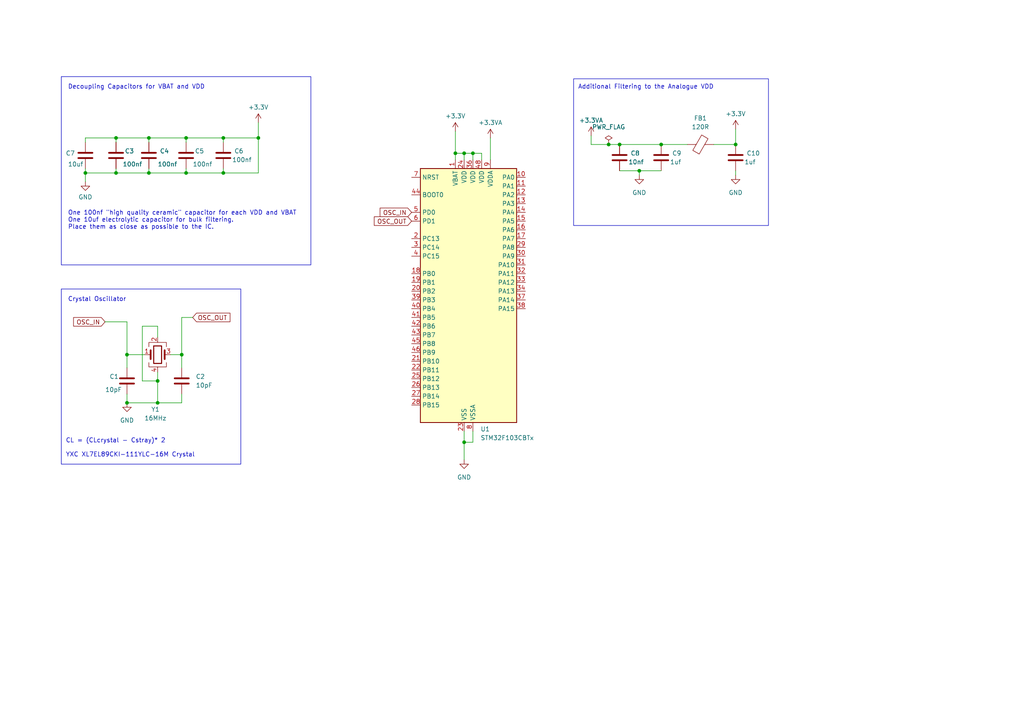
<source format=kicad_sch>
(kicad_sch (version 20230121) (generator eeschema)
  (paper "A4")
  (lib_symbols
    (symbol "Device:C" (pin_numbers hide) (pin_names (offset 0.254))
      (property "Reference" "C" (at 0.635 2.54 0))
      (property "Value" "C" (at 0.635 -2.54 0))
      (symbol "C_0_1"
        (polyline (pts (xy -2.032 -0.762) (xy 2.032 -0.762)) (stroke (width 0.508)))
        (polyline (pts (xy -2.032 0.762) (xy 2.032 0.762)) (stroke (width 0.508)))
      )
      (symbol "C_1_1"
        (pin passive line (at 0 3.81 270) (length 2.794) (name "~") (number "1"))
        (pin passive line (at 0 -3.81 90) (length 2.794) (name "~") (number "2"))
      )
    )
    (symbol "Device:Crystal_GND24" (pin_names (offset 1.016) hide)
      (property "Reference" "Y" (at 3.175 5.08 0))
      (property "Value" "Crystal_GND24" (at 3.175 3.175 0))
      (symbol "Crystal_GND24_0_1"
        (rectangle (start -1.143 2.54) (end 1.143 -2.54) (stroke (width 0.3048)))
        (polyline (pts (xy -2.54 0) (xy -2.032 0)))
        (polyline (pts (xy -2.032 -1.27) (xy -2.032 1.27)) (stroke (width 0.508)))
        (polyline (pts (xy 0 -3.81) (xy 0 -3.556)))
        (polyline (pts (xy 0 3.556) (xy 0 3.81)))
        (polyline (pts (xy 2.032 -1.27) (xy 2.032 1.27)) (stroke (width 0.508)))
        (polyline (pts (xy 2.032 0) (xy 2.54 0)))
        (polyline (pts (xy -2.54 -2.286) (xy -2.54 -3.556) (xy 2.54 -3.556) (xy 2.54 -2.286)))
        (polyline (pts (xy -2.54 2.286) (xy -2.54 3.556) (xy 2.54 3.556) (xy 2.54 2.286)))
      )
      (symbol "Crystal_GND24_1_1"
        (pin passive line (at -3.81 0 0) (length 1.27) (name "1") (number "1"))
        (pin passive line (at 0 5.08 270) (length 1.27) (name "2") (number "2"))
        (pin passive line (at 3.81 0 180) (length 1.27) (name "3") (number "3"))
        (pin passive line (at 0 -5.08 90) (length 1.27) (name "4") (number "4"))
      )
    )
    (symbol "Device:FerriteBead" (pin_numbers hide) (pin_names (offset 0))
      (property "Reference" "FB" (at -3.81 0.635 90))
      (property "Value" "FerriteBead" (at 3.81 0 90))
      (symbol "FerriteBead_0_1"
        (polyline (pts (xy 0 -1.27) (xy 0 -1.2192)))
        (polyline (pts (xy 0 1.27) (xy 0 1.2954)))
        (polyline (pts (xy -2.7686 0.4064) (xy -1.7018 2.2606) (xy 2.7686 -0.3048) (xy 1.6764 -2.159) (xy -2.7686 0.4064)))
      )
      (symbol "FerriteBead_1_1"
        (pin passive line (at 0 3.81 270) (length 2.54) (name "~") (number "1"))
        (pin passive line (at 0 -3.81 90) (length 2.54) (name "~") (number "2"))
      )
    )
    (symbol "MCU_ST_STM32F1:STM32F103CBTx"
      (property "Reference" "U" (at -12.7 39.37 0))
      (property "Value" "STM32F103CBTx" (at 10.16 39.37 0))
      (symbol "STM32F103CBTx_0_1"
        (rectangle (start -12.7 -35.56) (end 15.24 38.1) (stroke (width 0.254)) (fill (type background)))
      )
      (symbol "STM32F103CBTx_1_1"
        (pin power_in line (at -2.54 40.64 270) (length 2.54) (name "VBAT") (number "1"))
        (pin bidirectional line (at 17.78 35.56 180) (length 2.54) (name "PA0") (number "10"))
        (pin bidirectional line (at 17.78 33.02 180) (length 2.54) (name "PA1") (number "11"))
        (pin bidirectional line (at 17.78 30.48 180) (length 2.54) (name "PA2") (number "12"))
        (pin bidirectional line (at 17.78 27.94 180) (length 2.54) (name "PA3") (number "13"))
        (pin bidirectional line (at 17.78 25.4 180) (length 2.54) (name "PA4") (number "14"))
        (pin bidirectional line (at 17.78 22.86 180) (length 2.54) (name "PA5") (number "15"))
        (pin bidirectional line (at 17.78 20.32 180) (length 2.54) (name "PA6") (number "16"))
        (pin bidirectional line (at 17.78 17.78 180) (length 2.54) (name "PA7") (number "17"))
        (pin bidirectional line (at -15.24 7.62 0) (length 2.54) (name "PB0") (number "18"))
        (pin bidirectional line (at -15.24 5.08 0) (length 2.54) (name "PB1") (number "19"))
        (pin bidirectional line (at -15.24 17.78 0) (length 2.54) (name "PC13") (number "2"))
        (pin bidirectional line (at -15.24 2.54 0) (length 2.54) (name "PB2") (number "20"))
        (pin bidirectional line (at -15.24 -17.78 0) (length 2.54) (name "PB10") (number "21"))
        (pin bidirectional line (at -15.24 -20.32 0) (length 2.54) (name "PB11") (number "22"))
        (pin power_in line (at 0 -38.1 90) (length 2.54) (name "VSS") (number "23"))
        (pin power_in line (at 0 40.64 270) (length 2.54) (name "VDD") (number "24"))
        (pin bidirectional line (at -15.24 -22.86 0) (length 2.54) (name "PB12") (number "25"))
        (pin bidirectional line (at -15.24 -25.4 0) (length 2.54) (name "PB13") (number "26"))
        (pin bidirectional line (at -15.24 -27.94 0) (length 2.54) (name "PB14") (number "27"))
        (pin bidirectional line (at -15.24 -30.48 0) (length 2.54) (name "PB15") (number "28"))
        (pin bidirectional line (at 17.78 15.24 180) (length 2.54) (name "PA8") (number "29"))
        (pin bidirectional line (at -15.24 15.24 0) (length 2.54) (name "PC14") (number "3"))
        (pin bidirectional line (at 17.78 12.7 180) (length 2.54) (name "PA9") (number "30"))
        (pin bidirectional line (at 17.78 10.16 180) (length 2.54) (name "PA10") (number "31"))
        (pin bidirectional line (at 17.78 7.62 180) (length 2.54) (name "PA11") (number "32"))
        (pin bidirectional line (at 17.78 5.08 180) (length 2.54) (name "PA12") (number "33"))
        (pin bidirectional line (at 17.78 2.54 180) (length 2.54) (name "PA13") (number "34"))
        (pin passive line (at 0 -38.1 90) (length 2.54) hide (name "VSS") (number "35"))
        (pin power_in line (at 2.54 40.64 270) (length 2.54) (name "VDD") (number "36"))
        (pin bidirectional line (at 17.78 0 180) (length 2.54) (name "PA14") (number "37"))
        (pin bidirectional line (at 17.78 -2.54 180) (length 2.54) (name "PA15") (number "38"))
        (pin bidirectional line (at -15.24 0 0) (length 2.54) (name "PB3") (number "39"))
        (pin bidirectional line (at -15.24 12.7 0) (length 2.54) (name "PC15") (number "4"))
        (pin bidirectional line (at -15.24 -2.54 0) (length 2.54) (name "PB4") (number "40"))
        (pin bidirectional line (at -15.24 -5.08 0) (length 2.54) (name "PB5") (number "41"))
        (pin bidirectional line (at -15.24 -7.62 0) (length 2.54) (name "PB6") (number "42"))
        (pin bidirectional line (at -15.24 -10.16 0) (length 2.54) (name "PB7") (number "43"))
        (pin input line (at -15.24 30.48 0) (length 2.54) (name "BOOT0") (number "44"))
        (pin bidirectional line (at -15.24 -12.7 0) (length 2.54) (name "PB8") (number "45"))
        (pin bidirectional line (at -15.24 -15.24 0) (length 2.54) (name "PB9") (number "46"))
        (pin passive line (at 0 -38.1 90) (length 2.54) hide (name "VSS") (number "47"))
        (pin power_in line (at 5.08 40.64 270) (length 2.54) (name "VDD") (number "48"))
        (pin bidirectional line (at -15.24 25.4 0) (length 2.54) (name "PD0") (number "5"))
        (pin bidirectional line (at -15.24 22.86 0) (length 2.54) (name "PD1") (number "6"))
        (pin input line (at -15.24 35.56 0) (length 2.54) (name "NRST") (number "7"))
        (pin power_in line (at 2.54 -38.1 90) (length 2.54) (name "VSSA") (number "8"))
        (pin power_in line (at 7.62 40.64 270) (length 2.54) (name "VDDA") (number "9"))
      )
    )
    (symbol "power:+3.3V" (power) (pin_names (offset 0))
      (property "Value" "+3.3V" (at 0 3.556 0))
      (symbol "+3.3V_0_1"
        (polyline (pts (xy -0.762 1.27) (xy 0 2.54)))
        (polyline (pts (xy 0 0) (xy 0 2.54)))
        (polyline (pts (xy 0 2.54) (xy 0.762 1.27)))
      )
      (symbol "+3.3V_1_1"
        (pin power_in line (at 0 0 90) (length 0) hide (name "+3.3V") (number "1"))
      )
    )
    (symbol "power:+3.3VA" (power) (pin_names (offset 0))
      (property "Value" "+3.3VA" (at 0 3.556 0))
      (symbol "+3.3VA_0_1"
        (polyline (pts (xy -0.762 1.27) (xy 0 2.54)))
        (polyline (pts (xy 0 0) (xy 0 2.54)))
        (polyline (pts (xy 0 2.54) (xy 0.762 1.27)))
      )
      (symbol "+3.3VA_1_1"
        (pin power_in line (at 0 0 90) (length 0) hide (name "+3.3VA") (number "1"))
      )
    )
    (symbol "power:GND" (power) (pin_names (offset 0))
      (property "Value" "GND" (at 0 -3.81 0))
      (symbol "GND_0_1"
        (polyline (pts (xy 0 0) (xy 0 -1.27) (xy 1.27 -1.27) (xy 0 -2.54) (xy -1.27 -1.27) (xy 0 -1.27)))
      )
      (symbol "GND_1_1"
        (pin power_in line (at 0 0 270) (length 0) hide (name "GND") (number "1"))
      )
    )
    (symbol "power:PWR_FLAG" (power) (pin_numbers hide) (pin_names (offset 0) hide)
      (property "Value" "PWR_FLAG" (at 0 3.81 0))
      (symbol "PWR_FLAG_0_0"
        (pin power_out line (at 0 0 90) (length 0) (name "pwr") (number "1"))
      )
      (symbol "PWR_FLAG_0_1"
        (polyline (pts (xy 0 0) (xy 0 1.27) (xy -1.016 1.905) (xy 0 2.54) (xy 1.016 1.905) (xy 0 1.27)))
      )
    )
  )
  (junction (at 36.83 102.87))
  (junction (at 43.18 50.165))
  (junction (at 132.08 44.45))
  (junction (at 191.77 41.91))
  (junction (at 64.77 50.165))
  (junction (at 64.77 40.005))
  (junction (at 53.975 50.165))
  (junction (at 176.53 41.91))
  (junction (at 33.655 50.165))
  (junction (at 134.62 44.45))
  (junction (at 53.975 40.005))
  (junction (at 185.42 49.53))
  (junction (at 36.83 116.84))
  (junction (at 52.705 102.87))
  (junction (at 74.93 40.005))
  (junction (at 45.72 116.84))
  (junction (at 33.655 40.005))
  (junction (at 179.705 41.91))
  (junction (at 45.72 110.49))
  (junction (at 213.36 41.91))
  (junction (at 43.18 40.005))
  (junction (at 24.765 50.165))
  (junction (at 137.16 44.45))
  (junction (at 134.62 128.27))
  (wire (pts (xy 139.7 44.45) (xy 139.7 46.355)))
  (wire (pts (xy 142.24 40.005) (xy 142.24 46.355)))
  (wire (pts (xy 171.45 41.91) (xy 176.53 41.91)))
  (wire (pts (xy 134.62 128.27) (xy 137.16 128.27)))
  (wire (pts (xy 43.18 50.165) (xy 53.975 50.165)))
  (wire (pts (xy 43.18 41.275) (xy 43.18 40.005)))
  (wire (pts (xy 213.36 50.8) (xy 213.36 49.53)))
  (wire (pts (xy 134.62 44.45) (xy 137.16 44.45)))
  (wire (pts (xy 45.72 116.84) (xy 52.705 116.84)))
  (wire (pts (xy 53.975 48.895) (xy 53.975 50.165)))
  (wire (pts (xy 52.705 92.075) (xy 55.88 92.075)))
  (wire (pts (xy 24.765 50.165) (xy 33.655 50.165)))
  (wire (pts (xy 49.53 102.87) (xy 52.705 102.87)))
  (wire (pts (xy 24.765 41.275) (xy 24.765 40.005)))
  (wire (pts (xy 36.83 102.87) (xy 36.83 106.68)))
  (wire (pts (xy 41.275 110.49) (xy 45.72 110.49)))
  (wire (pts (xy 74.93 40.005) (xy 74.93 50.165)))
  (wire (pts (xy 24.765 48.895) (xy 24.765 50.165)))
  (wire (pts (xy 191.77 41.91) (xy 199.39 41.91)))
  (wire (pts (xy 137.16 44.45) (xy 139.7 44.45)))
  (wire (pts (xy 64.77 48.895) (xy 64.77 50.165)))
  (wire (pts (xy 41.275 94.615) (xy 41.275 110.49)))
  (wire (pts (xy 45.72 110.49) (xy 45.72 107.95)))
  (wire (pts (xy 179.705 49.53) (xy 185.42 49.53)))
  (wire (pts (xy 134.62 125.095) (xy 134.62 128.27)))
  (wire (pts (xy 53.975 50.165) (xy 64.77 50.165)))
  (wire (pts (xy 24.765 50.165) (xy 24.765 52.705)))
  (wire (pts (xy 33.655 48.895) (xy 33.655 50.165)))
  (wire (pts (xy 132.08 38.1) (xy 132.08 44.45)))
  (wire (pts (xy 137.16 128.27) (xy 137.16 125.095)))
  (wire (pts (xy 74.93 50.165) (xy 64.77 50.165)))
  (wire (pts (xy 179.705 41.91) (xy 191.77 41.91)))
  (wire (pts (xy 45.72 97.79) (xy 45.72 94.615)))
  (wire (pts (xy 24.765 40.005) (xy 33.655 40.005)))
  (wire (pts (xy 137.16 44.45) (xy 137.16 46.355)))
  (wire (pts (xy 53.975 41.275) (xy 53.975 40.005)))
  (wire (pts (xy 185.42 50.8) (xy 185.42 49.53)))
  (wire (pts (xy 64.77 40.005) (xy 74.93 40.005)))
  (wire (pts (xy 132.08 44.45) (xy 134.62 44.45)))
  (wire (pts (xy 52.705 114.3) (xy 52.705 116.84)))
  (wire (pts (xy 207.01 41.91) (xy 213.36 41.91)))
  (wire (pts (xy 33.655 41.275) (xy 33.655 40.005)))
  (wire (pts (xy 185.42 49.53) (xy 191.77 49.53)))
  (wire (pts (xy 43.18 40.005) (xy 53.975 40.005)))
  (wire (pts (xy 134.62 128.27) (xy 134.62 133.35)))
  (wire (pts (xy 36.83 116.84) (xy 45.72 116.84)))
  (wire (pts (xy 64.77 41.275) (xy 64.77 40.005)))
  (wire (pts (xy 45.72 94.615) (xy 41.275 94.615)))
  (wire (pts (xy 41.91 102.87) (xy 36.83 102.87)))
  (wire (pts (xy 33.655 50.165) (xy 43.18 50.165)))
  (wire (pts (xy 176.53 41.91) (xy 179.705 41.91)))
  (wire (pts (xy 52.705 102.87) (xy 52.705 106.68)))
  (wire (pts (xy 53.975 40.005) (xy 64.77 40.005)))
  (wire (pts (xy 132.08 44.45) (xy 132.08 46.355)))
  (wire (pts (xy 213.36 37.465) (xy 213.36 41.91)))
  (wire (pts (xy 171.45 39.37) (xy 171.45 41.91)))
  (wire (pts (xy 36.83 102.87) (xy 36.83 93.345)))
  (wire (pts (xy 45.72 110.49) (xy 45.72 116.84)))
  (wire (pts (xy 43.18 48.895) (xy 43.18 50.165)))
  (wire (pts (xy 30.48 93.345) (xy 36.83 93.345)))
  (wire (pts (xy 33.655 40.005) (xy 43.18 40.005)))
  (wire (pts (xy 74.93 35.56) (xy 74.93 40.005)))
  (wire (pts (xy 134.62 44.45) (xy 134.62 46.355)))
  (wire (pts (xy 52.705 102.87) (xy 52.705 92.075)))
  (wire (pts (xy 36.83 114.3) (xy 36.83 116.84)))
  (rectangle (start 17.78 22.225) (end 90.17 76.835))
  (rectangle (start 17.78 83.82) (end 69.85 134.62))
  (rectangle (start 166.37 22.86) (end 222.885 65.405))
  (text "One 100nf \"high quality ceramic\" capacitor for each VDD and VBAT\nOne 10uf electrolytic capacitor for bulk filtering.\nPlace them as close as possible to the IC." (at 19.685 66.675 0) (effects (font (size 1.27 1.27)) (justify left bottom)))
  (text "CL = (CLcrystal - Cstray)* 2 \n\nYXC XL7EL89CKI-111YLC-16M Crystal " (at 19.05 132.715 0) (effects (font (size 1.27 1.27)) (justify left bottom)))
  (text "Crystal Oscillator" (at 19.685 87.63 0) (effects (font (size 1.27 1.27)) (justify left bottom)))
  (text "Additional Filtering to the Analogue VDD" (at 167.64 26.035 0) (effects (font (size 1.27 1.27)) (justify left bottom)))
  (text "Decoupling Capacitors for VBAT and VDD" (at 19.685 26.035 0) (effects (font (size 1.27 1.27)) (justify left bottom)))
  (global_label "OSC_IN" (shape input) (at 30.48 93.345 180) (property "Intersheetrefs" "${INTERSHEET_REFS}" (effects hide)))
  (global_label "OSC_OUT" (shape input) (at 55.88 92.075 0) (property "Intersheetrefs" "${INTERSHEET_REFS}" (effects hide)))
  (global_label "OSC_OUT" (shape input) (at 119.38 64.135 180) (property "Intersheetrefs" "${INTERSHEET_REFS}" (effects hide)))
  (global_label "OSC_IN" (shape input) (at 119.38 61.595 180) (property "Intersheetrefs" "${INTERSHEET_REFS}" (effects hide)))
  (symbol (lib_id "Device:C") (at 52.705 110.49 0) (unit 1)
    (property "Reference" "C2" (at 56.769 109.22 0) (effects (justify left)))
    (property "Value" "10pF" (at 56.769 111.76 0) (effects (justify left)))
    (property "Footprint" "Capacitor_SMD:C_0402_1005Metric" (effects hide))
  )
  (symbol (lib_id "power:GND") (at 185.42 50.8 0) (unit 1)
    (property "Reference" "#PWR06" (effects hide))
    (property "Value" "GND" (at 185.42 55.88 0))
  )
  (symbol (lib_id "Device:C") (at 36.83 110.49 0) (unit 1)
    (property "Reference" "C1" (at 31.75 109.22 0) (effects (justify left)))
    (property "Value" "10pF" (at 30.48 113.03 0) (effects (justify left)))
    (property "Footprint" "Capacitor_SMD:C_0402_1005Metric" (effects hide))
  )
  (symbol (lib_id "power:PWR_FLAG") (at 176.53 41.91 0) (unit 1)
    (property "Reference" "#FLG01" (effects hide))
    (property "Value" "PWR_FLAG" (at 176.53 36.83 0))
  )
  (symbol (lib_id "Device:C") (at 191.77 45.72 0) (unit 1)
    (property "Reference" "C9" (at 194.945 44.45 0) (effects (justify left)))
    (property "Value" "1uf" (at 194.31 46.99 0) (effects (justify left)))
    (property "Footprint" "Capacitor_SMD:C_0402_1005Metric" (effects hide))
  )
  (symbol (lib_id "power:+3.3VA") (at 142.24 40.005 0) (unit 1)
    (property "Reference" "#PWR02" (effects hide))
    (property "Value" "+3.3VA" (at 142.24 35.56 0))
  )
  (symbol (lib_id "Device:FerriteBead") (at 203.2 41.91 90) (unit 1)
    (property "Reference" "FB1" (at 203.1492 34.29 90))
    (property "Value" "120R" (at 203.1492 36.83 90))
    (property "Footprint" "Inductor_SMD:L_0603_1608Metric" (effects hide))
  )
  (symbol (lib_id "power:GND") (at 213.36 50.8 0) (unit 1)
    (property "Reference" "#PWR07" (effects hide))
    (property "Value" "GND" (at 213.36 55.88 0))
  )
  (symbol (lib_id "power:+3.3V") (at 213.36 37.465 0) (unit 1)
    (property "Reference" "#PWR09" (effects hide))
    (property "Value" "+3.3V" (at 213.36 33.02 0))
  )
  (symbol (lib_id "Device:C") (at 213.36 45.72 0) (unit 1)
    (property "Reference" "C10" (at 216.535 44.45 0) (effects (justify left)))
    (property "Value" "1uf" (at 215.9 46.99 0) (effects (justify left)))
    (property "Footprint" "Capacitor_SMD:C_0402_1005Metric" (effects hide))
  )
  (symbol (lib_id "Device:C") (at 53.975 45.085 0) (unit 1)
    (property "Reference" "C5" (at 56.515 43.815 0) (effects (justify left)))
    (property "Value" "100nf" (at 55.88 47.625 0) (effects (justify left)))
    (property "Footprint" "Capacitor_SMD:C_0402_1005Metric" (effects hide))
  )
  (symbol (lib_id "power:+3.3V") (at 132.08 38.1 0) (unit 1)
    (property "Reference" "#PWR01" (effects hide))
    (property "Value" "+3.3V" (at 132.08 33.655 0))
  )
  (symbol (lib_id "Device:C") (at 179.705 45.72 0) (unit 1)
    (property "Reference" "C8" (at 182.88 44.45 0) (effects (justify left)))
    (property "Value" "10nf" (at 182.245 46.99 0) (effects (justify left)))
    (property "Footprint" "Capacitor_SMD:C_0402_1005Metric" (effects hide))
  )
  (symbol (lib_id "Device:C") (at 43.18 45.085 0) (unit 1)
    (property "Reference" "C4" (at 46.355 43.815 0) (effects (justify left)))
    (property "Value" "100nf" (at 45.72 47.625 0) (effects (justify left)))
    (property "Footprint" "Capacitor_SMD:C_0402_1005Metric" (effects hide))
  )
  (symbol (lib_id "power:GND") (at 36.83 116.84 0) (unit 1)
    (property "Reference" "#PWR010" (effects hide))
    (property "Value" "GND" (at 36.83 121.92 0))
  )
  (symbol (lib_id "Device:Crystal_GND24") (at 45.72 102.87 0) (unit 1)
    (property "Reference" "Y1" (at 45.085 118.745 0))
    (property "Value" "16MHz" (at 45.085 121.285 0))
    (property "Footprint" "Crystal:Crystal_SMD_2016-4Pin_2.0x1.6mm" (effects hide))
  )
  (symbol (lib_id "MCU_ST_STM32F1:STM32F103CBTx") (at 134.62 86.995 0) (unit 1)
    (property "Reference" "U1" (at 139.3541 124.46 0) (effects (justify left)))
    (property "Value" "STM32F103CBTx" (at 139.3541 127 0) (effects (justify left)))
    (property "Footprint" "Package_QFP:LQFP-48_7x7mm_P0.5mm" (effects hide))
    (property "Datasheet" "https://www.st.com/resource/en/datasheet/stm32f103cb.pdf" (effects hide))
  )
  (symbol (lib_id "Device:C") (at 64.77 45.085 0) (unit 1)
    (property "Reference" "C6" (at 67.945 43.815 0) (effects (justify left)))
    (property "Value" "100nf" (at 67.31 46.355 0) (effects (justify left)))
    (property "Footprint" "Capacitor_SMD:C_0402_1005Metric" (effects hide))
  )
  (symbol (lib_id "power:+3.3VA") (at 171.45 39.37 0) (unit 1)
    (property "Reference" "#PWR08" (effects hide))
    (property "Value" "+3.3VA" (at 171.45 34.925 0))
  )
  (symbol (lib_id "power:GND") (at 134.62 133.35 0) (unit 1)
    (property "Reference" "#PWR03" (effects hide))
    (property "Value" "GND" (at 134.62 138.43 0))
  )
  (symbol (lib_id "Device:C") (at 24.765 45.085 0) (unit 1)
    (property "Reference" "C7" (at 19.05 44.45 0) (effects (justify left)))
    (property "Value" "10uf" (at 19.685 47.625 0) (effects (justify left)))
    (property "Footprint" "Capacitor_THT:C_Radial_D5.0mm_H11.0mm_P2.00mm" (effects hide))
  )
  (symbol (lib_id "power:GND") (at 24.765 52.705 0) (unit 1)
    (property "Reference" "#PWR04" (effects hide))
    (property "Value" "GND" (at 24.765 57.15 0))
  )
  (symbol (lib_id "Device:C") (at 33.655 45.085 0) (unit 1)
    (property "Reference" "C3" (at 36.195 43.815 0) (effects (justify left)))
    (property "Value" "100nf" (at 35.56 47.625 0) (effects (justify left)))
    (property "Footprint" "Capacitor_SMD:C_0402_1005Metric" (effects hide))
  )
  (symbol (lib_id "power:+3.3V") (at 74.93 35.56 0) (unit 1)
    (property "Reference" "#PWR05" (effects hide))
    (property "Value" "+3.3V" (at 74.93 31.115 0))
  )
)
</source>
